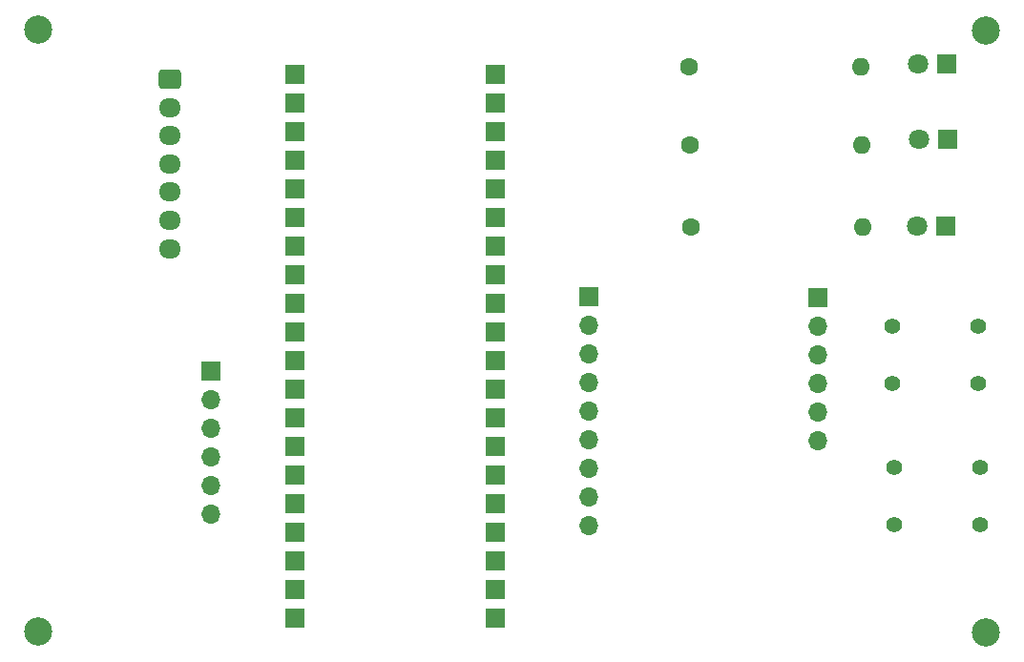
<source format=gbr>
%TF.GenerationSoftware,KiCad,Pcbnew,8.0.9-unknown-202502181922~c4009544a9~ubuntu24.04.1*%
%TF.CreationDate,2025-03-05T23:49:28+05:30*%
%TF.ProjectId,CircuitDesign_AEDTrainer,43697263-7569-4744-9465-7369676e5f41,rev?*%
%TF.SameCoordinates,Original*%
%TF.FileFunction,Soldermask,Top*%
%TF.FilePolarity,Negative*%
%FSLAX46Y46*%
G04 Gerber Fmt 4.6, Leading zero omitted, Abs format (unit mm)*
G04 Created by KiCad (PCBNEW 8.0.9-unknown-202502181922~c4009544a9~ubuntu24.04.1) date 2025-03-05 23:49:28*
%MOMM*%
%LPD*%
G01*
G04 APERTURE LIST*
G04 Aperture macros list*
%AMRoundRect*
0 Rectangle with rounded corners*
0 $1 Rounding radius*
0 $2 $3 $4 $5 $6 $7 $8 $9 X,Y pos of 4 corners*
0 Add a 4 corners polygon primitive as box body*
4,1,4,$2,$3,$4,$5,$6,$7,$8,$9,$2,$3,0*
0 Add four circle primitives for the rounded corners*
1,1,$1+$1,$2,$3*
1,1,$1+$1,$4,$5*
1,1,$1+$1,$6,$7*
1,1,$1+$1,$8,$9*
0 Add four rect primitives between the rounded corners*
20,1,$1+$1,$2,$3,$4,$5,0*
20,1,$1+$1,$4,$5,$6,$7,0*
20,1,$1+$1,$6,$7,$8,$9,0*
20,1,$1+$1,$8,$9,$2,$3,0*%
G04 Aperture macros list end*
%ADD10C,2.500000*%
%ADD11RoundRect,0.102000X-0.754000X-0.754000X0.754000X-0.754000X0.754000X0.754000X-0.754000X0.754000X0*%
%ADD12C,1.397000*%
%ADD13C,1.600000*%
%ADD14O,1.600000X1.600000*%
%ADD15R,1.700000X1.700000*%
%ADD16O,1.700000X1.700000*%
%ADD17RoundRect,0.250000X-0.725000X0.600000X-0.725000X-0.600000X0.725000X-0.600000X0.725000X0.600000X0*%
%ADD18O,1.950000X1.700000*%
%ADD19R,1.800000X1.800000*%
%ADD20C,1.800000*%
G04 APERTURE END LIST*
D10*
%TO.C,REF\u002A\u002A*%
X177725000Y-61400000D03*
%TD*%
%TO.C,REF\u002A\u002A*%
X177725000Y-114825000D03*
%TD*%
%TO.C,REF\u002A\u002A*%
X93675000Y-114800000D03*
%TD*%
%TO.C,REF\u002A\u002A*%
X93675000Y-61375000D03*
%TD*%
D11*
%TO.C,U1*%
X134191200Y-75441200D03*
X134191200Y-72901200D03*
X134191200Y-77981200D03*
X134191200Y-83061200D03*
X134191200Y-70361200D03*
X134191200Y-95761200D03*
X134191200Y-108461200D03*
X116411200Y-70361200D03*
X116411200Y-83061200D03*
X116411200Y-95761200D03*
X116411200Y-108461200D03*
X116411200Y-65281200D03*
X116411200Y-67821200D03*
X116411200Y-72901200D03*
X116411200Y-75441200D03*
X116411200Y-77981200D03*
X116411200Y-80521200D03*
X116411200Y-85601200D03*
X116411200Y-88141200D03*
X116411200Y-90681200D03*
X116411200Y-93221200D03*
X116411200Y-98301200D03*
X116411200Y-100841200D03*
X116411200Y-103381200D03*
X116411200Y-105921200D03*
X116411200Y-111001200D03*
X116411200Y-113541200D03*
X134191200Y-113541200D03*
X134191200Y-111001200D03*
X134191200Y-105921200D03*
X134191200Y-103381200D03*
X134191200Y-100841200D03*
X134191200Y-98301200D03*
X134191200Y-93221200D03*
X134191200Y-88141200D03*
X134191200Y-85601200D03*
X134191200Y-80521200D03*
X134191200Y-90681200D03*
X134191200Y-65281200D03*
X134191200Y-67821200D03*
%TD*%
D12*
%TO.C,SW3*%
X169590000Y-105290000D03*
X177210000Y-105290000D03*
X169590000Y-100210000D03*
X177210000Y-100210000D03*
%TD*%
%TO.C,SW2*%
X169465000Y-92790000D03*
X177085000Y-92790000D03*
X169465000Y-87710000D03*
X177085000Y-87710000D03*
%TD*%
D13*
%TO.C,R3*%
X151530000Y-78900000D03*
D14*
X166770000Y-78900000D03*
%TD*%
D13*
%TO.C,R2*%
X151455000Y-71600000D03*
D14*
X166695000Y-71600000D03*
%TD*%
D13*
%TO.C,R1*%
X151430000Y-64675000D03*
D14*
X166670000Y-64675000D03*
%TD*%
D15*
%TO.C,J4*%
X162825000Y-85125000D03*
D16*
X162825000Y-87665000D03*
X162825000Y-90205000D03*
X162825000Y-92745000D03*
X162825000Y-95285000D03*
X162825000Y-97825000D03*
%TD*%
D15*
%TO.C,J3*%
X142500000Y-85080000D03*
D16*
X142500000Y-87620000D03*
X142500000Y-90160000D03*
X142500000Y-92700000D03*
X142500000Y-95240000D03*
X142500000Y-97780000D03*
X142500000Y-100320000D03*
X142500000Y-102860000D03*
X142500000Y-105400000D03*
%TD*%
D17*
%TO.C,J2*%
X105325000Y-65775000D03*
D18*
X105325000Y-68275000D03*
X105325000Y-70775000D03*
X105325000Y-73275000D03*
X105325000Y-75775000D03*
X105325000Y-78275000D03*
X105325000Y-80775000D03*
%TD*%
D15*
%TO.C,J1*%
X108975000Y-91650000D03*
D16*
X108975000Y-94190000D03*
X108975000Y-96730000D03*
X108975000Y-99270000D03*
X108975000Y-101810000D03*
X108975000Y-104350000D03*
%TD*%
D19*
%TO.C,D3*%
X174170000Y-78750000D03*
D20*
X171630000Y-78750000D03*
%TD*%
D19*
%TO.C,D2*%
X174300000Y-71105000D03*
D20*
X171760000Y-71105000D03*
%TD*%
D19*
%TO.C,D1*%
X174225000Y-64350000D03*
D20*
X171685000Y-64350000D03*
%TD*%
M02*

</source>
